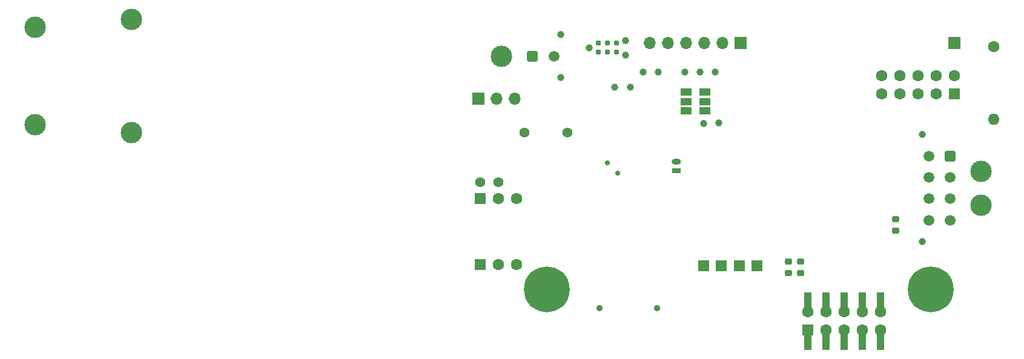
<source format=gbr>
G04 #@! TF.GenerationSoftware,KiCad,Pcbnew,6.0.11-2627ca5db0~126~ubuntu22.04.1*
G04 #@! TF.CreationDate,2023-02-13T20:29:35+01:00*
G04 #@! TF.ProjectId,mre_addon_v2,6d72655f-6164-4646-9f6e-5f76322e6b69,V2.5*
G04 #@! TF.SameCoordinates,Original*
G04 #@! TF.FileFunction,Soldermask,Bot*
G04 #@! TF.FilePolarity,Negative*
%FSLAX46Y46*%
G04 Gerber Fmt 4.6, Leading zero omitted, Abs format (unit mm)*
G04 Created by KiCad (PCBNEW 6.0.11-2627ca5db0~126~ubuntu22.04.1) date 2023-02-13 20:29:35*
%MOMM*%
%LPD*%
G01*
G04 APERTURE LIST*
G04 Aperture macros list*
%AMRoundRect*
0 Rectangle with rounded corners*
0 $1 Rounding radius*
0 $2 $3 $4 $5 $6 $7 $8 $9 X,Y pos of 4 corners*
0 Add a 4 corners polygon primitive as box body*
4,1,4,$2,$3,$4,$5,$6,$7,$8,$9,$2,$3,0*
0 Add four circle primitives for the rounded corners*
1,1,$1+$1,$2,$3*
1,1,$1+$1,$4,$5*
1,1,$1+$1,$6,$7*
1,1,$1+$1,$8,$9*
0 Add four rect primitives between the rounded corners*
20,1,$1+$1,$2,$3,$4,$5,0*
20,1,$1+$1,$4,$5,$6,$7,0*
20,1,$1+$1,$6,$7,$8,$9,0*
20,1,$1+$1,$8,$9,$2,$3,0*%
G04 Aperture macros list end*
%ADD10C,1.000000*%
%ADD11C,0.990600*%
%ADD12C,3.000000*%
%ADD13RoundRect,0.250001X-0.499999X0.499999X-0.499999X-0.499999X0.499999X-0.499999X0.499999X0.499999X0*%
%ADD14C,1.500000*%
%ADD15C,0.889000*%
%ADD16C,2.999740*%
%ADD17R,1.700000X1.700000*%
%ADD18O,1.700000X1.700000*%
%ADD19C,1.600000*%
%ADD20O,1.600000X1.600000*%
%ADD21C,0.700000*%
%ADD22C,1.400000*%
%ADD23RoundRect,0.250001X0.499999X-0.499999X0.499999X0.499999X-0.499999X0.499999X-0.499999X-0.499999X0*%
%ADD24C,0.800000*%
%ADD25C,6.400000*%
%ADD26R,1.600000X1.600000*%
%ADD27O,1.300000X0.800000*%
%ADD28R,1.300000X0.800000*%
%ADD29R,1.524000X1.524000*%
%ADD30R,1.500000X1.000000*%
%ADD31RoundRect,0.218750X0.256250X-0.218750X0.256250X0.218750X-0.256250X0.218750X-0.256250X-0.218750X0*%
%ADD32R,1.000000X3.150000*%
%ADD33C,0.787400*%
G04 APERTURE END LIST*
D10*
X107800000Y-132300000D03*
X109900000Y-132300000D03*
X112000000Y-132300000D03*
D11*
X94385000Y-128865000D03*
X99465000Y-129881000D03*
X99465000Y-127849000D03*
D12*
X149235000Y-146160000D03*
X149235000Y-150860000D03*
D13*
X144915000Y-144000000D03*
D14*
X144915000Y-147000000D03*
X144915000Y-150000000D03*
X144915000Y-153000000D03*
X141915000Y-144000000D03*
X141915000Y-147000000D03*
X141915000Y-150000000D03*
X141915000Y-153000000D03*
D10*
X140975000Y-156000000D03*
X140975000Y-141000000D03*
D13*
X144915000Y-144000000D03*
D14*
X144915000Y-147000000D03*
X144915000Y-150000000D03*
X144915000Y-153000000D03*
X141915000Y-144000000D03*
X141915000Y-147000000D03*
X141915000Y-150000000D03*
X141915000Y-153000000D03*
D15*
X95889000Y-165257000D03*
X103889000Y-165257000D03*
D16*
X16951220Y-139599580D03*
X16951220Y-126000420D03*
X30448780Y-140699400D03*
X30448780Y-124900600D03*
D17*
X145500000Y-128200000D03*
X78900000Y-136000000D03*
D18*
X81440000Y-136000000D03*
X83980000Y-136000000D03*
D19*
X151000000Y-128700000D03*
D20*
X151000000Y-138860000D03*
D21*
X98400000Y-146445000D03*
D22*
X79200000Y-147650000D03*
X81740000Y-147650000D03*
D21*
X96950000Y-145000000D03*
D10*
X90440000Y-127050000D03*
X90440000Y-133050000D03*
D23*
X86500000Y-130050000D03*
D14*
X89500000Y-130050000D03*
D24*
X88519900Y-165089500D03*
X90216956Y-160992444D03*
X86119900Y-162689500D03*
X90216956Y-164386556D03*
X88519900Y-160289500D03*
X86822844Y-160992444D03*
X86822844Y-164386556D03*
D25*
X88519900Y-162689500D03*
D24*
X90919900Y-162689500D03*
X144589200Y-162689500D03*
X140492144Y-164386556D03*
X139789200Y-162689500D03*
X143886256Y-160992444D03*
X143886256Y-164386556D03*
X140492144Y-160992444D03*
X142189200Y-165089500D03*
X142189200Y-160289500D03*
D25*
X142189200Y-162689500D03*
D12*
X82180000Y-130050000D03*
D23*
X86500000Y-130050000D03*
D14*
X89500000Y-130050000D03*
D19*
X84277200Y-149941200D03*
X81737200Y-149941200D03*
D26*
X79197200Y-149941200D03*
D19*
X84277200Y-159212200D03*
X81737200Y-159212200D03*
D26*
X79197200Y-159212200D03*
D19*
X135318500Y-132796200D03*
X135318500Y-135336200D03*
X137858500Y-132796200D03*
X137858500Y-135336200D03*
X140398500Y-132796200D03*
X140398500Y-135336200D03*
X142938500Y-132796200D03*
X142938500Y-135336200D03*
X145478500Y-132796200D03*
D26*
X145478500Y-135336200D03*
D19*
X135133080Y-165839060D03*
X135133080Y-168379060D03*
X132593080Y-165839060D03*
X132593080Y-168379060D03*
X130053080Y-165839060D03*
X130053080Y-168379060D03*
X127513080Y-165839060D03*
X127513080Y-168379060D03*
X124973080Y-165839060D03*
D26*
X124973080Y-168379060D03*
D22*
X85360600Y-140771800D03*
X91360600Y-140771800D03*
D27*
X106654600Y-144810400D03*
D28*
X106654600Y-146055000D03*
D29*
X110400600Y-159360800D03*
X112900600Y-159360800D03*
D26*
X117900600Y-159360800D03*
X115400600Y-159360800D03*
D17*
X115600000Y-128200000D03*
D18*
X113060000Y-128200000D03*
X110520000Y-128200000D03*
X107980000Y-128200000D03*
X105440000Y-128200000D03*
X102900000Y-128200000D03*
D30*
X110600000Y-135100000D03*
X110600000Y-136400000D03*
X110600000Y-137700000D03*
X108000000Y-135100000D03*
X108000000Y-136400000D03*
X108000000Y-137700000D03*
D31*
X123950000Y-160387500D03*
X123950000Y-158812500D03*
X122300000Y-160387500D03*
X122300000Y-158812500D03*
X137300000Y-154437500D03*
X137300000Y-152862500D03*
D32*
X124968000Y-164581600D03*
X124968000Y-169631600D03*
X127508000Y-164581600D03*
X127508000Y-169631600D03*
X130048000Y-164581600D03*
X130048000Y-169631600D03*
X132588000Y-164581600D03*
X132588000Y-169631600D03*
X135128000Y-164581600D03*
X135128000Y-169631600D03*
D10*
X112500000Y-139400000D03*
X100200000Y-134350000D03*
X110450000Y-139450000D03*
X98000000Y-134350000D03*
X104075000Y-132300000D03*
X102000000Y-132300000D03*
D11*
X99465000Y-129881000D03*
X99465000Y-127849000D03*
X94385000Y-128865000D03*
D33*
X95655000Y-128230000D03*
X95655000Y-129500000D03*
X96925000Y-128230000D03*
X96925000Y-129500000D03*
X98195000Y-128230000D03*
X98195000Y-129500000D03*
M02*

</source>
